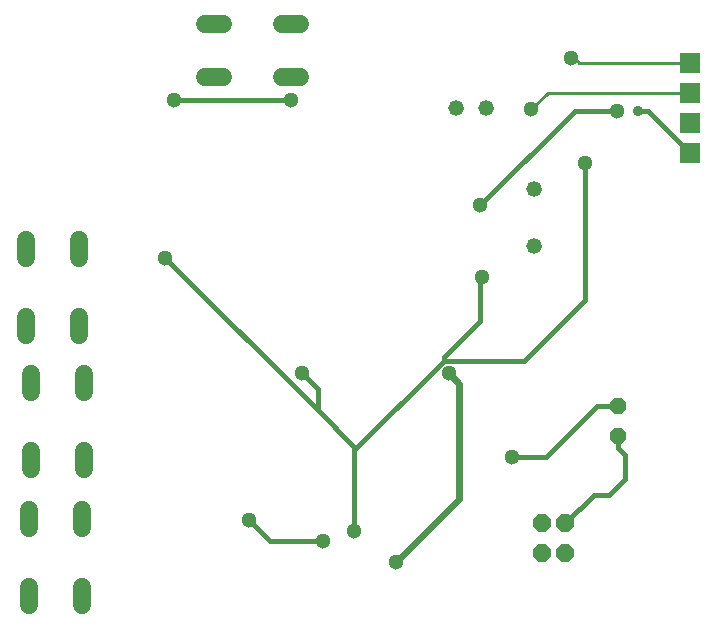
<source format=gbr>
G04 EAGLE Gerber RS-274X export*
G75*
%MOMM*%
%FSLAX34Y34*%
%LPD*%
%INBottom Copper*%
%IPPOS*%
%AMOC8*
5,1,8,0,0,1.08239X$1,22.5*%
G01*
%ADD10C,1.524000*%
%ADD11P,1.429621X8X292.500000*%
%ADD12C,1.320800*%
%ADD13P,1.578125X8X112.500000*%
%ADD14R,1.705100X1.705100*%
%ADD15C,1.300000*%
%ADD16C,0.406400*%
%ADD17C,0.906400*%
%ADD18C,0.609600*%
%ADD19C,0.457200*%
%ADD20C,0.254000*%


D10*
X89916Y141732D02*
X89916Y126492D01*
X44704Y126492D02*
X44704Y141732D01*
X89916Y76708D02*
X89916Y61468D01*
X44704Y61468D02*
X44704Y76708D01*
D11*
X543560Y229870D03*
X543560Y204470D03*
D12*
X472440Y365760D03*
X472440Y414020D03*
X406400Y482600D03*
X431800Y482600D03*
D10*
X273812Y508254D02*
X258572Y508254D01*
X258572Y553466D02*
X273812Y553466D01*
X208788Y508254D02*
X193548Y508254D01*
X193548Y553466D02*
X208788Y553466D01*
X87376Y370332D02*
X87376Y355092D01*
X42164Y355092D02*
X42164Y370332D01*
X87376Y305308D02*
X87376Y290068D01*
X42164Y290068D02*
X42164Y305308D01*
X91186Y257302D02*
X91186Y242062D01*
X45974Y242062D02*
X45974Y257302D01*
X91186Y192278D02*
X91186Y177038D01*
X45974Y177038D02*
X45974Y192278D01*
D13*
X478680Y130610D03*
X478680Y105610D03*
X498680Y105610D03*
X498680Y130610D03*
D14*
X604520Y444500D03*
X604520Y469900D03*
X604520Y495300D03*
X604520Y520700D03*
D15*
X426720Y400050D03*
D16*
X506730Y480060D01*
X542290Y480060D01*
D15*
X542290Y480060D03*
D16*
X522688Y154618D02*
X498680Y130610D01*
X522688Y154618D02*
X535594Y154618D01*
X549472Y168496D01*
X549472Y188124D01*
X543560Y194036D01*
X543560Y204470D01*
D15*
X320040Y124460D03*
D16*
X320040Y195580D01*
D15*
X160020Y355600D03*
D16*
X288925Y226695D02*
X320040Y195580D01*
X288925Y226695D02*
X160020Y355600D01*
D15*
X293370Y115570D03*
X231140Y133350D03*
X167236Y488950D03*
D16*
X266700Y488950D01*
D15*
X266700Y488950D03*
D16*
X395674Y268374D02*
X463954Y268374D01*
X320040Y192740D02*
X320040Y124460D01*
X320040Y192740D02*
X395674Y268374D01*
X288925Y244475D02*
X288925Y226695D01*
D15*
X275590Y257810D03*
D16*
X288925Y244475D01*
X515620Y320040D02*
X515620Y435610D01*
D15*
X515620Y435610D03*
D16*
X515620Y320040D02*
X463954Y268374D01*
X395674Y268374D02*
X395674Y271214D01*
X426720Y302260D01*
X426720Y337820D01*
X427994Y339094D01*
D15*
X427994Y339094D03*
D16*
X293370Y115570D02*
X248920Y115570D01*
X231140Y133350D01*
X568960Y480060D02*
X604520Y444500D01*
X568960Y480060D02*
X560070Y480060D01*
D17*
X560070Y480060D03*
D15*
X355600Y97790D03*
D18*
X408940Y151130D01*
X408940Y248920D01*
X400050Y257810D01*
D15*
X400050Y257810D03*
X453390Y186690D03*
D19*
X525780Y229870D02*
X543560Y229870D01*
X525780Y229870D02*
X482600Y186690D01*
X453390Y186690D01*
D20*
X510540Y520700D02*
X604520Y520700D01*
X510540Y520700D02*
X506730Y524510D01*
X503782Y524510D01*
D15*
X503782Y524510D03*
D20*
X483823Y495300D02*
X604520Y495300D01*
D15*
X469876Y481354D03*
D20*
X483823Y495300D01*
M02*

</source>
